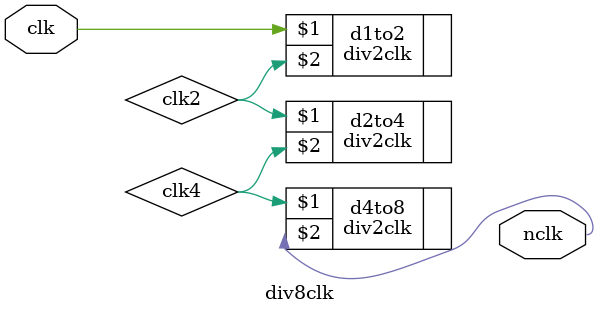
<source format=v>
`include "div2clk.v"
module div8clk(clk,nclk);
   input clk;
   output nclk;
   wire clk2,clk4;
   div2clk d1to2(clk,clk2);
   div2clk d2to4(clk2,clk4);
   div2clk d4to8(clk4,nclk);
endmodule
</source>
